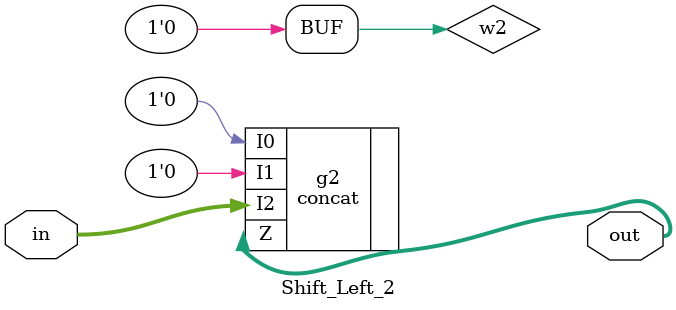
<source format=v>

module Shift_Left_2(out, in);
//: interface  /sz:(142, 98) /bd:[ Li0>in[25:0](42/98) Ro0<out[27:0](52/98) ]
input [25:0] in;    //: /sn:0 {0}(102,173)(290,173)(290,174)(300,174){1}
output [27:0] out;    //: /sn:0 {0}(424,216)(343,216)(343,184)(306,184){1}
supply0 w2;    //: /sn:0 {0}(182,248)(182,196){1}
//: {2}(184,194)(300,194){3}
//: {4}(182,192)(182,184)(300,184){5}
//: enddecls

  //: joint g4 (w2) @(182, 194) /w:[ 2 4 -1 1 ]
  //: supply0 g3 (w2) @(182,254) /sn:0 /w:[ 0 ]
  concat g2 (.I0(w2), .I1(w2), .I2(in), .Z(out));   //: @(305,184) /sn:0 /w:[ 3 5 1 1 ] /dr:0
  //: output g1 (out) @(421,216) /sn:0 /w:[ 0 ]
  //: input g0 (in) @(100,173) /sn:0 /w:[ 0 ]

endmodule

module main;    //: root_module
wire [25:0] w0;    //: /sn:0 {0}(213,115)(223,115){1}
wire [27:0] w1;    //: /sn:0 {0}(377,125)(367,125){1}
//: enddecls

  Shift_Left_2 g0 (.in(w0), .out(w1));   //: @(224, 73) /sz:(142, 98) /sn:0 /p:[ Li0>1 Ro0<1 ]

endmodule

</source>
